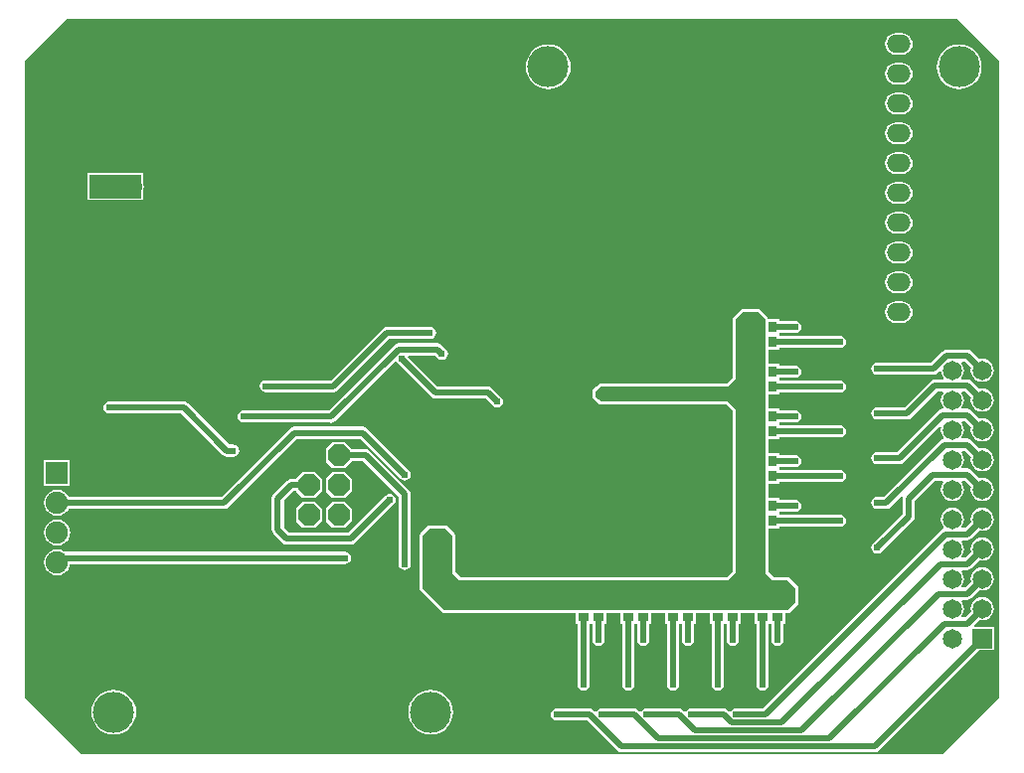
<source format=gbl>
G04 Layer_Physical_Order=2*
G04 Layer_Color=11436288*
%FSLAX24Y24*%
%MOIN*%
G70*
G01*
G75*
%ADD15R,0.0276X0.0335*%
%ADD31C,0.0200*%
%ADD34C,0.0600*%
%ADD35C,0.1378*%
%ADD36O,0.0630X0.0354*%
%ADD37R,0.1772X0.0787*%
%ADD38R,0.0787X0.1772*%
%ADD39O,0.0800X0.0600*%
%ADD40R,0.0650X0.0650*%
%ADD41C,0.0650*%
%ADD42P,0.0801X8X112.5*%
%ADD43C,0.0750*%
%ADD44R,0.0750X0.0750*%
%ADD45C,0.0240*%
%ADD46R,0.0335X0.0276*%
G36*
X42847Y47937D02*
Y26563D01*
X40937Y24653D01*
X12063D01*
X10153Y26563D01*
Y47937D01*
X11563Y49347D01*
X41437D01*
X42847Y47937D01*
D02*
G37*
%LPC*%
G36*
X19915Y34130D02*
X19485D01*
X19270Y33915D01*
Y33904D01*
X19100D01*
X19022Y33888D01*
X18956Y33844D01*
X18506Y33394D01*
X18462Y33328D01*
X18446Y33250D01*
Y32200D01*
X18462Y32122D01*
X18506Y32056D01*
X18806Y31756D01*
X18872Y31712D01*
X18950Y31696D01*
X21100D01*
X21178Y31712D01*
X21244Y31756D01*
X22544Y33056D01*
X22588Y33122D01*
X22604Y33200D01*
X22588Y33278D01*
X22544Y33344D01*
X22478Y33388D01*
X22400Y33404D01*
X22322Y33388D01*
X22256Y33344D01*
X21016Y32104D01*
X19034D01*
X18854Y32284D01*
Y33166D01*
X19184Y33496D01*
X19270D01*
Y33485D01*
X19485Y33270D01*
X19915D01*
X20130Y33485D01*
Y33915D01*
X19915Y34130D01*
D02*
G37*
G36*
X20915Y33130D02*
X20485D01*
X20270Y32915D01*
Y32485D01*
X20485Y32270D01*
X20915D01*
X21130Y32485D01*
Y32915D01*
X20915Y33130D01*
D02*
G37*
G36*
X19915D02*
X19485D01*
X19270Y32915D01*
Y32485D01*
X19485Y32270D01*
X19915D01*
X20130Y32485D01*
Y32915D01*
X19915Y33130D01*
D02*
G37*
G36*
X20915Y34130D02*
X20485D01*
X20270Y33915D01*
Y33485D01*
X20485Y33270D01*
X20915D01*
X21130Y33485D01*
Y33915D01*
X20915Y34130D01*
D02*
G37*
G36*
X15500Y36504D02*
X13000D01*
X12922Y36488D01*
X12856Y36444D01*
X12812Y36378D01*
X12796Y36300D01*
X12812Y36222D01*
X12856Y36156D01*
X12922Y36112D01*
X13000Y36096D01*
X15416D01*
X16806Y34706D01*
X16872Y34662D01*
X16950Y34646D01*
X16950Y34646D01*
X17150D01*
X17228Y34662D01*
X17294Y34706D01*
X17338Y34772D01*
X17354Y34850D01*
X17338Y34928D01*
X17294Y34994D01*
X17228Y35038D01*
X17150Y35054D01*
X17034D01*
X15644Y36444D01*
X15578Y36488D01*
X15500Y36504D01*
D02*
G37*
G36*
X21500Y35654D02*
X19200D01*
X19122Y35638D01*
X19056Y35594D01*
X16766Y33304D01*
X11636D01*
X11630Y33319D01*
X11560Y33410D01*
X11469Y33480D01*
X11364Y33524D01*
X11250Y33539D01*
X11136Y33524D01*
X11031Y33480D01*
X10940Y33410D01*
X10870Y33319D01*
X10826Y33214D01*
X10811Y33100D01*
X10826Y32986D01*
X10870Y32881D01*
X10940Y32790D01*
X11031Y32720D01*
X11136Y32676D01*
X11250Y32661D01*
X11364Y32676D01*
X11469Y32720D01*
X11560Y32790D01*
X11630Y32881D01*
X11636Y32896D01*
X16850D01*
X16928Y32912D01*
X16994Y32956D01*
X19284Y35246D01*
X21416D01*
X22756Y33906D01*
X22822Y33862D01*
X22900Y33846D01*
X22978Y33862D01*
X23044Y33906D01*
X23088Y33972D01*
X23104Y34050D01*
X23088Y34128D01*
X23044Y34194D01*
X21644Y35594D01*
X21578Y35638D01*
X21500Y35654D01*
D02*
G37*
G36*
X11685Y34535D02*
X10815D01*
Y33665D01*
X11685D01*
Y34535D01*
D02*
G37*
G36*
X34750Y39602D02*
X34250D01*
X34211Y39594D01*
X34178Y39572D01*
X33928Y39322D01*
X33906Y39289D01*
X33898Y39250D01*
Y37292D01*
X33708Y37102D01*
X29500D01*
X29487Y37099D01*
X29475Y37099D01*
X29468Y37096D01*
X29461Y37094D01*
X29450Y37087D01*
X29439Y37082D01*
X29239Y36932D01*
X29234Y36926D01*
X29228Y36922D01*
X29221Y36911D01*
X29212Y36902D01*
X29210Y36895D01*
X29206Y36889D01*
X29203Y36876D01*
X29199Y36864D01*
X29199Y36857D01*
X29198Y36850D01*
Y36650D01*
X29199Y36643D01*
X29199Y36636D01*
X29203Y36624D01*
X29206Y36611D01*
X29210Y36605D01*
X29212Y36598D01*
X29221Y36589D01*
X29228Y36578D01*
X29234Y36574D01*
X29239Y36568D01*
X29439Y36418D01*
X29450Y36413D01*
X29461Y36406D01*
X29468Y36404D01*
X29475Y36401D01*
X29487Y36401D01*
X29500Y36398D01*
X33708D01*
X33898Y36208D01*
Y30792D01*
X33708Y30602D01*
X24792D01*
X24602Y30792D01*
Y32000D01*
X24594Y32039D01*
X24572Y32072D01*
X24322Y32322D01*
X24289Y32344D01*
X24250Y32352D01*
X23750D01*
X23711Y32344D01*
X23678Y32322D01*
X23428Y32072D01*
X23406Y32039D01*
X23398Y32000D01*
Y30250D01*
X23406Y30211D01*
X23428Y30178D01*
X23928Y29678D01*
X24178Y29428D01*
X24211Y29406D01*
X24250Y29398D01*
X28633D01*
Y29036D01*
X28696D01*
Y27000D01*
X28712Y26922D01*
X28756Y26856D01*
X28822Y26812D01*
X28900Y26796D01*
X28978Y26812D01*
X29044Y26856D01*
X29088Y26922D01*
X29104Y27000D01*
Y29036D01*
X29196D01*
Y28500D01*
X29212Y28422D01*
X29256Y28356D01*
X29322Y28312D01*
X29400Y28296D01*
X29478Y28312D01*
X29544Y28356D01*
X29588Y28422D01*
X29604Y28500D01*
Y29036D01*
X29667D01*
Y29398D01*
X30133D01*
Y29036D01*
X30196D01*
Y27000D01*
X30212Y26922D01*
X30256Y26856D01*
X30322Y26812D01*
X30400Y26796D01*
X30478Y26812D01*
X30544Y26856D01*
X30588Y26922D01*
X30604Y27000D01*
Y29036D01*
X30696D01*
Y28500D01*
X30712Y28422D01*
X30756Y28356D01*
X30756Y28356D01*
X30822Y28312D01*
X30900Y28296D01*
X30978Y28312D01*
X31044Y28356D01*
X31088Y28422D01*
X31104Y28500D01*
X31104Y28500D01*
Y29036D01*
X31167D01*
Y29398D01*
X31633D01*
Y29036D01*
X31696D01*
Y27000D01*
X31712Y26922D01*
X31756Y26856D01*
X31822Y26812D01*
X31900Y26796D01*
X31978Y26812D01*
X32044Y26856D01*
X32088Y26922D01*
X32104Y27000D01*
Y29036D01*
X32196D01*
Y28500D01*
X32212Y28422D01*
X32256Y28356D01*
X32322Y28312D01*
X32400Y28296D01*
X32478Y28312D01*
X32544Y28356D01*
X32588Y28422D01*
X32604Y28500D01*
Y29036D01*
X32667D01*
Y29398D01*
X33133D01*
Y29036D01*
X33196D01*
Y27000D01*
X33212Y26922D01*
X33256Y26856D01*
X33322Y26812D01*
X33400Y26796D01*
X33478Y26812D01*
X33544Y26856D01*
X33588Y26922D01*
X33604Y27000D01*
Y29036D01*
X33696D01*
Y28500D01*
X33712Y28422D01*
X33756Y28356D01*
X33756Y28356D01*
X33822Y28312D01*
X33900Y28296D01*
X33978Y28312D01*
X34044Y28356D01*
X34088Y28422D01*
X34104Y28500D01*
X34104Y28500D01*
Y29036D01*
X34167D01*
Y29398D01*
X34633D01*
Y29036D01*
X34696D01*
Y27000D01*
X34712Y26922D01*
X34756Y26856D01*
X34756Y26856D01*
X34822Y26812D01*
X34900Y26796D01*
X34978Y26812D01*
X35044Y26856D01*
X35088Y26922D01*
X35104Y27000D01*
X35104Y27000D01*
Y29036D01*
X35196D01*
Y28500D01*
X35212Y28422D01*
X35256Y28356D01*
X35256Y28356D01*
X35322Y28312D01*
X35400Y28296D01*
X35478Y28312D01*
X35544Y28356D01*
X35588Y28422D01*
X35604Y28500D01*
X35604Y28500D01*
Y29036D01*
X35667D01*
Y29398D01*
X35750D01*
X35789Y29406D01*
X35822Y29428D01*
X36072Y29678D01*
X36094Y29711D01*
X36102Y29750D01*
Y30250D01*
X36094Y30289D01*
X36072Y30322D01*
X35822Y30572D01*
X35789Y30594D01*
X35750Y30602D01*
X35292D01*
X35102Y30792D01*
Y32233D01*
X35464D01*
Y32296D01*
X37500D01*
X37578Y32312D01*
X37644Y32356D01*
X37688Y32422D01*
X37704Y32500D01*
X37688Y32578D01*
X37644Y32644D01*
X37578Y32688D01*
X37500Y32704D01*
X35464D01*
Y32733D01*
Y32796D01*
X36000D01*
X36078Y32812D01*
X36144Y32856D01*
X36188Y32922D01*
X36204Y33000D01*
X36188Y33078D01*
X36144Y33144D01*
X36078Y33188D01*
X36000Y33204D01*
X35464D01*
Y33267D01*
X35102D01*
Y33733D01*
X35464D01*
Y33796D01*
X37500D01*
X37578Y33812D01*
X37644Y33856D01*
X37688Y33922D01*
X37704Y34000D01*
X37688Y34078D01*
X37644Y34144D01*
X37578Y34188D01*
X37500Y34204D01*
X35464D01*
Y34233D01*
Y34296D01*
X36000D01*
X36078Y34312D01*
X36144Y34356D01*
X36188Y34422D01*
X36204Y34500D01*
X36188Y34578D01*
X36144Y34644D01*
X36078Y34688D01*
X36000Y34704D01*
X35464D01*
Y34767D01*
X35102D01*
Y35233D01*
X35464D01*
Y35296D01*
X37500D01*
X37578Y35312D01*
X37644Y35356D01*
X37688Y35422D01*
X37704Y35500D01*
X37688Y35578D01*
X37644Y35644D01*
X37578Y35688D01*
X37500Y35704D01*
X35464D01*
Y35733D01*
Y35796D01*
X36000D01*
X36078Y35812D01*
X36144Y35856D01*
X36188Y35922D01*
X36204Y36000D01*
X36188Y36078D01*
X36144Y36144D01*
X36078Y36188D01*
X36000Y36204D01*
X35464D01*
Y36267D01*
X35102D01*
Y36733D01*
X35464D01*
Y36796D01*
X37500D01*
X37578Y36812D01*
X37644Y36856D01*
X37688Y36922D01*
X37704Y37000D01*
X37688Y37078D01*
X37644Y37144D01*
X37578Y37188D01*
X37500Y37204D01*
X35464D01*
Y37233D01*
Y37296D01*
X36000D01*
X36078Y37312D01*
X36144Y37356D01*
X36188Y37422D01*
X36204Y37500D01*
X36188Y37578D01*
X36144Y37644D01*
X36078Y37688D01*
X36000Y37704D01*
X35464D01*
Y37767D01*
X35102D01*
Y38233D01*
X35464D01*
Y38296D01*
X37500D01*
X37578Y38312D01*
X37644Y38356D01*
X37688Y38422D01*
X37704Y38500D01*
X37688Y38578D01*
X37644Y38644D01*
X37578Y38688D01*
X37500Y38704D01*
X35464D01*
Y38733D01*
Y38796D01*
X36000D01*
X36078Y38812D01*
X36144Y38856D01*
X36188Y38922D01*
X36204Y39000D01*
X36188Y39078D01*
X36144Y39144D01*
X36078Y39188D01*
X36000Y39204D01*
X35464D01*
Y39267D01*
X35089D01*
X35083Y39300D01*
X35061Y39334D01*
X34822Y39572D01*
X34789Y39594D01*
X34750Y39602D01*
D02*
G37*
G36*
X23780Y26827D02*
X23633Y26813D01*
X23492Y26770D01*
X23361Y26701D01*
X23247Y26607D01*
X23154Y26493D01*
X23084Y26363D01*
X23041Y26222D01*
X23027Y26075D01*
X23041Y25928D01*
X23084Y25787D01*
X23154Y25657D01*
X23247Y25543D01*
X23361Y25449D01*
X23492Y25379D01*
X23633Y25337D01*
X23780Y25322D01*
X23926Y25337D01*
X24068Y25379D01*
X24198Y25449D01*
X24312Y25543D01*
X24405Y25657D01*
X24475Y25787D01*
X24518Y25928D01*
X24532Y26075D01*
X24518Y26222D01*
X24475Y26363D01*
X24405Y26493D01*
X24312Y26607D01*
X24198Y26701D01*
X24068Y26770D01*
X23926Y26813D01*
X23780Y26827D01*
D02*
G37*
G36*
X13150D02*
X13003Y26813D01*
X12862Y26770D01*
X12731Y26701D01*
X12617Y26607D01*
X12524Y26493D01*
X12454Y26363D01*
X12411Y26222D01*
X12397Y26075D01*
X12411Y25928D01*
X12454Y25787D01*
X12524Y25657D01*
X12617Y25543D01*
X12731Y25449D01*
X12862Y25379D01*
X13003Y25337D01*
X13150Y25322D01*
X13296Y25337D01*
X13438Y25379D01*
X13568Y25449D01*
X13682Y25543D01*
X13775Y25657D01*
X13845Y25787D01*
X13888Y25928D01*
X13902Y26075D01*
X13888Y26222D01*
X13845Y26363D01*
X13775Y26493D01*
X13682Y26607D01*
X13568Y26701D01*
X13438Y26770D01*
X13296Y26813D01*
X13150Y26827D01*
D02*
G37*
G36*
X11250Y31539D02*
X11136Y31524D01*
X11031Y31480D01*
X10940Y31410D01*
X10870Y31319D01*
X10826Y31214D01*
X10811Y31100D01*
X10826Y30986D01*
X10870Y30881D01*
X10940Y30790D01*
X11031Y30720D01*
X11136Y30676D01*
X11250Y30661D01*
X11364Y30676D01*
X11469Y30720D01*
X11560Y30790D01*
X11630Y30881D01*
X11674Y30986D01*
X11682Y31046D01*
X20900D01*
X20978Y31062D01*
X21044Y31106D01*
X21088Y31172D01*
X21104Y31250D01*
X21088Y31328D01*
X21044Y31394D01*
X20978Y31438D01*
X20900Y31454D01*
X11503D01*
X11469Y31480D01*
X11364Y31524D01*
X11250Y31539D01*
D02*
G37*
G36*
X42270Y32938D02*
X42169Y32925D01*
X42076Y32886D01*
X41995Y32825D01*
X41934Y32744D01*
X41895Y32650D01*
X41882Y32550D01*
X41893Y32462D01*
X41686Y32254D01*
X41591D01*
X41566Y32304D01*
X41606Y32356D01*
X41645Y32450D01*
X41658Y32550D01*
X41645Y32650D01*
X41606Y32744D01*
X41545Y32825D01*
X41464Y32886D01*
X41371Y32925D01*
X41270Y32938D01*
X41169Y32925D01*
X41076Y32886D01*
X40995Y32825D01*
X40934Y32744D01*
X40895Y32650D01*
X40882Y32550D01*
X40895Y32450D01*
X40934Y32356D01*
X40983Y32292D01*
X40973Y32244D01*
X40966Y32235D01*
X40906Y32194D01*
X34916Y26204D01*
X34000D01*
X33922Y26188D01*
X33856Y26144D01*
X33835Y26112D01*
X33785Y26108D01*
X33748Y26144D01*
X33682Y26188D01*
X33604Y26204D01*
X32500D01*
X32422Y26188D01*
X32356Y26144D01*
X32335Y26112D01*
X32285Y26108D01*
X32248Y26144D01*
X32182Y26188D01*
X32104Y26204D01*
X31000D01*
X30922Y26188D01*
X30856Y26144D01*
X30835Y26112D01*
X30785Y26108D01*
X30748Y26144D01*
X30682Y26188D01*
X30604Y26204D01*
X29500D01*
X29422Y26188D01*
X29356Y26144D01*
X29335Y26112D01*
X29285Y26108D01*
X29248Y26144D01*
X29182Y26188D01*
X29104Y26204D01*
X28000D01*
X27922Y26188D01*
X27856Y26144D01*
X27812Y26078D01*
X27796Y26000D01*
X27812Y25922D01*
X27856Y25856D01*
X27922Y25812D01*
X28000Y25796D01*
X29020D01*
X30020Y24796D01*
X30086Y24752D01*
X30164Y24736D01*
X38660D01*
X38738Y24752D01*
X38804Y24796D01*
X42173Y28165D01*
X42655D01*
Y28935D01*
X42009D01*
X41990Y28981D01*
X42182Y29173D01*
X42270Y29162D01*
X42371Y29175D01*
X42464Y29214D01*
X42545Y29275D01*
X42606Y29356D01*
X42645Y29450D01*
X42658Y29550D01*
X42645Y29650D01*
X42606Y29744D01*
X42545Y29825D01*
X42464Y29886D01*
X42371Y29925D01*
X42270Y29938D01*
X42169Y29925D01*
X42076Y29886D01*
X41995Y29825D01*
X41934Y29744D01*
X41895Y29650D01*
X41882Y29550D01*
X41893Y29462D01*
X41686Y29254D01*
X41591D01*
X41566Y29304D01*
X41606Y29356D01*
X41645Y29450D01*
X41658Y29550D01*
X41645Y29650D01*
X41606Y29744D01*
X41566Y29796D01*
X41591Y29846D01*
X41770D01*
X41848Y29862D01*
X41914Y29906D01*
X42182Y30173D01*
X42270Y30162D01*
X42371Y30175D01*
X42464Y30214D01*
X42545Y30275D01*
X42606Y30356D01*
X42645Y30450D01*
X42658Y30550D01*
X42645Y30650D01*
X42606Y30744D01*
X42545Y30825D01*
X42464Y30886D01*
X42371Y30925D01*
X42270Y30938D01*
X42169Y30925D01*
X42076Y30886D01*
X41995Y30825D01*
X41934Y30744D01*
X41895Y30650D01*
X41882Y30550D01*
X41893Y30462D01*
X41686Y30254D01*
X41591D01*
X41566Y30304D01*
X41606Y30356D01*
X41645Y30450D01*
X41658Y30550D01*
X41645Y30650D01*
X41606Y30744D01*
X41566Y30796D01*
X41591Y30846D01*
X41770D01*
X41848Y30862D01*
X41914Y30906D01*
X42182Y31173D01*
X42270Y31162D01*
X42371Y31175D01*
X42464Y31214D01*
X42545Y31275D01*
X42606Y31356D01*
X42645Y31449D01*
X42658Y31550D01*
X42645Y31651D01*
X42606Y31744D01*
X42545Y31825D01*
X42464Y31886D01*
X42371Y31925D01*
X42270Y31938D01*
X42169Y31925D01*
X42076Y31886D01*
X41995Y31825D01*
X41934Y31744D01*
X41895Y31651D01*
X41882Y31550D01*
X41893Y31462D01*
X41686Y31254D01*
X41591D01*
X41566Y31304D01*
X41606Y31356D01*
X41645Y31449D01*
X41658Y31550D01*
X41645Y31651D01*
X41606Y31744D01*
X41566Y31796D01*
X41591Y31846D01*
X41770D01*
X41848Y31862D01*
X41914Y31906D01*
X42182Y32173D01*
X42270Y32162D01*
X42371Y32175D01*
X42464Y32214D01*
X42545Y32275D01*
X42606Y32356D01*
X42645Y32450D01*
X42658Y32550D01*
X42645Y32650D01*
X42606Y32744D01*
X42545Y32825D01*
X42464Y32886D01*
X42371Y32925D01*
X42270Y32938D01*
D02*
G37*
G36*
X11250Y32539D02*
X11136Y32524D01*
X11031Y32480D01*
X10940Y32410D01*
X10870Y32319D01*
X10826Y32214D01*
X10811Y32100D01*
X10826Y31986D01*
X10870Y31881D01*
X10940Y31790D01*
X11031Y31720D01*
X11136Y31676D01*
X11250Y31661D01*
X11364Y31676D01*
X11469Y31720D01*
X11560Y31790D01*
X11630Y31881D01*
X11674Y31986D01*
X11689Y32100D01*
X11674Y32214D01*
X11630Y32319D01*
X11560Y32410D01*
X11469Y32480D01*
X11364Y32524D01*
X11250Y32539D01*
D02*
G37*
G36*
X20915Y35130D02*
X20485D01*
X20270Y34915D01*
Y34485D01*
X20485Y34270D01*
X20915D01*
X21130Y34485D01*
Y34496D01*
X21516D01*
X22696Y33316D01*
Y31050D01*
X22712Y30972D01*
X22756Y30906D01*
X22822Y30862D01*
X22900Y30846D01*
X22978Y30862D01*
X23044Y30906D01*
X23088Y30972D01*
X23104Y31050D01*
Y33400D01*
X23104Y33400D01*
X23088Y33478D01*
X23044Y33544D01*
X21744Y34844D01*
X21678Y34888D01*
X21600Y34904D01*
X21130D01*
Y34915D01*
X20915Y35130D01*
D02*
G37*
G36*
X22300Y39004D02*
X22222Y38988D01*
X22156Y38944D01*
X22156Y38944D01*
X20426Y37214D01*
X18250D01*
X18172Y37199D01*
X18106Y37154D01*
X18062Y37088D01*
X18046Y37010D01*
X18062Y36932D01*
X18106Y36866D01*
X18172Y36822D01*
X18250Y36806D01*
X20510D01*
X20588Y36822D01*
X20654Y36866D01*
X22384Y38596D01*
X23750D01*
X23828Y38612D01*
X23894Y38656D01*
X23938Y38722D01*
X23954Y38800D01*
X23938Y38878D01*
X23894Y38944D01*
X23828Y38988D01*
X23750Y39004D01*
X22300D01*
X22300Y39004D01*
D02*
G37*
G36*
X39570Y46863D02*
X39370D01*
X39276Y46851D01*
X39188Y46814D01*
X39113Y46757D01*
X39056Y46682D01*
X39019Y46594D01*
X39007Y46500D01*
X39019Y46406D01*
X39056Y46318D01*
X39113Y46243D01*
X39188Y46186D01*
X39276Y46149D01*
X39370Y46137D01*
X39570D01*
X39664Y46149D01*
X39752Y46186D01*
X39827Y46243D01*
X39884Y46318D01*
X39921Y46406D01*
X39933Y46500D01*
X39921Y46594D01*
X39884Y46682D01*
X39827Y46757D01*
X39752Y46814D01*
X39664Y46851D01*
X39570Y46863D01*
D02*
G37*
G36*
Y45863D02*
X39370D01*
X39276Y45851D01*
X39188Y45814D01*
X39113Y45757D01*
X39056Y45682D01*
X39019Y45594D01*
X39007Y45500D01*
X39019Y45406D01*
X39056Y45318D01*
X39113Y45243D01*
X39188Y45186D01*
X39276Y45149D01*
X39370Y45137D01*
X39570D01*
X39664Y45149D01*
X39752Y45186D01*
X39827Y45243D01*
X39884Y45318D01*
X39921Y45406D01*
X39933Y45500D01*
X39921Y45594D01*
X39884Y45682D01*
X39827Y45757D01*
X39752Y45814D01*
X39664Y45851D01*
X39570Y45863D01*
D02*
G37*
G36*
Y44863D02*
X39370D01*
X39276Y44851D01*
X39188Y44814D01*
X39113Y44757D01*
X39056Y44682D01*
X39019Y44594D01*
X39007Y44500D01*
X39019Y44406D01*
X39056Y44318D01*
X39113Y44243D01*
X39188Y44186D01*
X39276Y44149D01*
X39370Y44137D01*
X39570D01*
X39664Y44149D01*
X39752Y44186D01*
X39827Y44243D01*
X39884Y44318D01*
X39921Y44406D01*
X39933Y44500D01*
X39921Y44594D01*
X39884Y44682D01*
X39827Y44757D01*
X39752Y44814D01*
X39664Y44851D01*
X39570Y44863D01*
D02*
G37*
G36*
X27717Y48481D02*
X27570Y48466D01*
X27429Y48424D01*
X27298Y48354D01*
X27184Y48261D01*
X27091Y48146D01*
X27021Y48016D01*
X26978Y47875D01*
X26964Y47728D01*
X26978Y47582D01*
X27021Y47440D01*
X27091Y47310D01*
X27184Y47196D01*
X27298Y47103D01*
X27429Y47033D01*
X27570Y46990D01*
X27717Y46976D01*
X27863Y46990D01*
X28005Y47033D01*
X28135Y47103D01*
X28249Y47196D01*
X28342Y47310D01*
X28412Y47440D01*
X28455Y47582D01*
X28469Y47728D01*
X28455Y47875D01*
X28412Y48016D01*
X28342Y48146D01*
X28249Y48261D01*
X28135Y48354D01*
X28005Y48424D01*
X27863Y48466D01*
X27717Y48481D01*
D02*
G37*
G36*
X39570Y48863D02*
X39370D01*
X39276Y48851D01*
X39188Y48814D01*
X39113Y48757D01*
X39056Y48682D01*
X39019Y48594D01*
X39007Y48500D01*
X39019Y48406D01*
X39056Y48318D01*
X39113Y48243D01*
X39188Y48186D01*
X39276Y48149D01*
X39370Y48137D01*
X39570D01*
X39664Y48149D01*
X39752Y48186D01*
X39827Y48243D01*
X39884Y48318D01*
X39921Y48406D01*
X39933Y48500D01*
X39921Y48594D01*
X39884Y48682D01*
X39827Y48757D01*
X39752Y48814D01*
X39664Y48851D01*
X39570Y48863D01*
D02*
G37*
G36*
Y47863D02*
X39370D01*
X39276Y47851D01*
X39188Y47814D01*
X39113Y47757D01*
X39056Y47682D01*
X39019Y47594D01*
X39007Y47500D01*
X39019Y47406D01*
X39056Y47318D01*
X39113Y47243D01*
X39188Y47186D01*
X39276Y47149D01*
X39370Y47137D01*
X39570D01*
X39664Y47149D01*
X39752Y47186D01*
X39827Y47243D01*
X39884Y47318D01*
X39921Y47406D01*
X39933Y47500D01*
X39921Y47594D01*
X39884Y47682D01*
X39827Y47757D01*
X39752Y47814D01*
X39664Y47851D01*
X39570Y47863D01*
D02*
G37*
G36*
X41496Y48481D02*
X41349Y48466D01*
X41208Y48424D01*
X41078Y48354D01*
X40964Y48261D01*
X40870Y48146D01*
X40801Y48016D01*
X40758Y47875D01*
X40743Y47728D01*
X40758Y47582D01*
X40801Y47440D01*
X40870Y47310D01*
X40964Y47196D01*
X41078Y47103D01*
X41208Y47033D01*
X41349Y46990D01*
X41496Y46976D01*
X41643Y46990D01*
X41784Y47033D01*
X41914Y47103D01*
X42028Y47196D01*
X42122Y47310D01*
X42191Y47440D01*
X42234Y47582D01*
X42249Y47728D01*
X42234Y47875D01*
X42191Y48016D01*
X42122Y48146D01*
X42028Y48261D01*
X41914Y48354D01*
X41784Y48424D01*
X41643Y48466D01*
X41496Y48481D01*
D02*
G37*
G36*
X14146Y44160D02*
X12254D01*
Y43253D01*
X14146D01*
Y43594D01*
X14151Y43606D01*
X14163Y43700D01*
X14151Y43794D01*
X14146Y43806D01*
Y44160D01*
D02*
G37*
G36*
X39570Y39863D02*
X39370D01*
X39276Y39851D01*
X39188Y39814D01*
X39113Y39757D01*
X39056Y39682D01*
X39019Y39594D01*
X39007Y39500D01*
X39019Y39406D01*
X39056Y39318D01*
X39113Y39243D01*
X39188Y39186D01*
X39276Y39149D01*
X39370Y39137D01*
X39570D01*
X39664Y39149D01*
X39752Y39186D01*
X39827Y39243D01*
X39884Y39318D01*
X39921Y39406D01*
X39933Y39500D01*
X39921Y39594D01*
X39884Y39682D01*
X39827Y39757D01*
X39752Y39814D01*
X39664Y39851D01*
X39570Y39863D01*
D02*
G37*
G36*
X24000Y38454D02*
X22700D01*
X22622Y38438D01*
X22556Y38394D01*
X20366Y36204D01*
X17500D01*
X17422Y36188D01*
X17356Y36144D01*
X17312Y36078D01*
X17296Y36000D01*
X17312Y35922D01*
X17356Y35856D01*
X17422Y35812D01*
X17500Y35796D01*
X20369D01*
X20437Y35783D01*
X20515Y35798D01*
X20581Y35842D01*
X22569Y37830D01*
X22631Y37822D01*
X22656Y37786D01*
X23786Y36656D01*
X23852Y36612D01*
X23930Y36596D01*
X23930Y36596D01*
X25616D01*
X25856Y36356D01*
X25922Y36312D01*
X26000Y36296D01*
X26078Y36312D01*
X26144Y36356D01*
X26188Y36422D01*
X26204Y36500D01*
X26188Y36578D01*
X26144Y36644D01*
X25844Y36944D01*
X25778Y36988D01*
X25700Y37004D01*
X24014D01*
X23018Y38000D01*
X23038Y38046D01*
X23916D01*
X24006Y37956D01*
X24072Y37912D01*
X24150Y37896D01*
X24228Y37912D01*
X24294Y37956D01*
X24338Y38022D01*
X24354Y38100D01*
X24338Y38178D01*
X24294Y38244D01*
X24144Y38394D01*
X24078Y38438D01*
X24000Y38454D01*
D02*
G37*
G36*
X41785Y38239D02*
X41069D01*
X40991Y38223D01*
X40925Y38179D01*
X40550Y37804D01*
X38750D01*
X38672Y37788D01*
X38606Y37744D01*
X38562Y37678D01*
X38546Y37600D01*
X38562Y37522D01*
X38606Y37456D01*
X38672Y37412D01*
X38750Y37396D01*
X40634D01*
X40712Y37412D01*
X40778Y37456D01*
X40836Y37514D01*
X40889Y37496D01*
X40895Y37450D01*
X40934Y37356D01*
X40985Y37289D01*
X40966Y37239D01*
X40685D01*
X40685Y37239D01*
X40607Y37223D01*
X40541Y37179D01*
X39666Y36304D01*
X38750D01*
X38672Y36288D01*
X38606Y36244D01*
X38562Y36178D01*
X38546Y36100D01*
X38562Y36022D01*
X38606Y35956D01*
X38672Y35912D01*
X38750Y35896D01*
X39750D01*
X39828Y35912D01*
X39894Y35956D01*
X40769Y36831D01*
X40937D01*
X40962Y36781D01*
X40934Y36744D01*
X40895Y36651D01*
X40882Y36550D01*
X40895Y36449D01*
X40934Y36356D01*
X40974Y36304D01*
X40950Y36254D01*
X40950Y36254D01*
X40872Y36238D01*
X40806Y36194D01*
X39416Y34804D01*
X38750D01*
X38672Y34788D01*
X38606Y34744D01*
X38562Y34678D01*
X38546Y34600D01*
X38562Y34522D01*
X38606Y34456D01*
X38672Y34412D01*
X38750Y34396D01*
X39500D01*
X39578Y34412D01*
X39644Y34456D01*
X40845Y35657D01*
X40893Y35634D01*
X40882Y35550D01*
X40895Y35450D01*
X40934Y35356D01*
X40976Y35300D01*
X40956Y35245D01*
X40922Y35238D01*
X40895Y35221D01*
X40856Y35194D01*
X40856Y35194D01*
X38966Y33304D01*
X38750D01*
X38672Y33288D01*
X38606Y33244D01*
X38562Y33178D01*
X38546Y33100D01*
X38562Y33022D01*
X38606Y32956D01*
X38672Y32912D01*
X38750Y32896D01*
X39050D01*
X39128Y32912D01*
X39194Y32956D01*
X39559Y33321D01*
X39605Y33296D01*
X39596Y33250D01*
Y32734D01*
X38606Y31744D01*
X38562Y31678D01*
X38546Y31600D01*
X38562Y31522D01*
X38606Y31456D01*
X38672Y31412D01*
X38750Y31396D01*
X38828Y31412D01*
X38894Y31456D01*
X39944Y32506D01*
X39988Y32572D01*
X40004Y32650D01*
Y33166D01*
X40684Y33846D01*
X40949D01*
X40974Y33796D01*
X40934Y33744D01*
X40895Y33651D01*
X40882Y33550D01*
X40895Y33449D01*
X40934Y33356D01*
X40995Y33275D01*
X41076Y33214D01*
X41169Y33175D01*
X41270Y33162D01*
X41371Y33175D01*
X41464Y33214D01*
X41545Y33275D01*
X41606Y33356D01*
X41645Y33449D01*
X41658Y33550D01*
X41645Y33651D01*
X41606Y33744D01*
X41566Y33796D01*
X41591Y33846D01*
X41686D01*
X41893Y33638D01*
X41882Y33550D01*
X41895Y33449D01*
X41934Y33356D01*
X41995Y33275D01*
X42076Y33214D01*
X42169Y33175D01*
X42270Y33162D01*
X42371Y33175D01*
X42464Y33214D01*
X42545Y33275D01*
X42606Y33356D01*
X42645Y33449D01*
X42658Y33550D01*
X42645Y33651D01*
X42606Y33744D01*
X42545Y33825D01*
X42464Y33886D01*
X42371Y33925D01*
X42270Y33938D01*
X42182Y33927D01*
X41914Y34194D01*
X41848Y34238D01*
X41770Y34254D01*
X41591D01*
X41566Y34304D01*
X41606Y34356D01*
X41645Y34450D01*
X41658Y34550D01*
X41645Y34650D01*
X41606Y34744D01*
X41566Y34796D01*
X41591Y34846D01*
X41686D01*
X41893Y34638D01*
X41882Y34550D01*
X41895Y34450D01*
X41934Y34356D01*
X41995Y34275D01*
X42076Y34214D01*
X42169Y34175D01*
X42270Y34162D01*
X42371Y34175D01*
X42464Y34214D01*
X42545Y34275D01*
X42606Y34356D01*
X42645Y34450D01*
X42658Y34550D01*
X42645Y34650D01*
X42606Y34744D01*
X42545Y34825D01*
X42464Y34886D01*
X42371Y34925D01*
X42270Y34938D01*
X42182Y34927D01*
X41914Y35194D01*
X41848Y35238D01*
X41770Y35254D01*
X41591D01*
X41566Y35304D01*
X41606Y35356D01*
X41645Y35450D01*
X41658Y35550D01*
X41645Y35650D01*
X41606Y35744D01*
X41566Y35796D01*
X41591Y35846D01*
X41686D01*
X41893Y35638D01*
X41882Y35550D01*
X41895Y35450D01*
X41934Y35356D01*
X41995Y35275D01*
X42076Y35214D01*
X42169Y35175D01*
X42270Y35162D01*
X42371Y35175D01*
X42464Y35214D01*
X42545Y35275D01*
X42606Y35356D01*
X42645Y35450D01*
X42658Y35550D01*
X42645Y35650D01*
X42606Y35744D01*
X42545Y35825D01*
X42464Y35886D01*
X42371Y35925D01*
X42270Y35938D01*
X42182Y35927D01*
X41914Y36194D01*
X41848Y36238D01*
X41770Y36254D01*
X41591D01*
X41566Y36304D01*
X41606Y36356D01*
X41645Y36449D01*
X41658Y36550D01*
X41645Y36651D01*
X41606Y36744D01*
X41578Y36781D01*
X41603Y36831D01*
X41701D01*
X41893Y36638D01*
X41882Y36550D01*
X41895Y36449D01*
X41934Y36356D01*
X41995Y36275D01*
X42076Y36214D01*
X42169Y36175D01*
X42270Y36162D01*
X42371Y36175D01*
X42464Y36214D01*
X42545Y36275D01*
X42606Y36356D01*
X42645Y36449D01*
X42658Y36550D01*
X42645Y36651D01*
X42606Y36744D01*
X42545Y36825D01*
X42464Y36886D01*
X42371Y36925D01*
X42270Y36938D01*
X42182Y36927D01*
X41929Y37179D01*
X41863Y37223D01*
X41785Y37239D01*
X41574D01*
X41555Y37289D01*
X41606Y37356D01*
X41645Y37450D01*
X41658Y37550D01*
X41645Y37650D01*
X41606Y37744D01*
X41578Y37781D01*
X41603Y37831D01*
X41701D01*
X41893Y37638D01*
X41882Y37550D01*
X41895Y37450D01*
X41934Y37356D01*
X41995Y37275D01*
X42076Y37214D01*
X42169Y37175D01*
X42270Y37162D01*
X42371Y37175D01*
X42464Y37214D01*
X42545Y37275D01*
X42606Y37356D01*
X42645Y37450D01*
X42658Y37550D01*
X42645Y37650D01*
X42606Y37744D01*
X42545Y37825D01*
X42464Y37886D01*
X42371Y37925D01*
X42270Y37938D01*
X42182Y37927D01*
X41929Y38179D01*
X41863Y38223D01*
X41785Y38239D01*
D02*
G37*
G36*
X39570Y40863D02*
X39370D01*
X39276Y40851D01*
X39188Y40814D01*
X39113Y40757D01*
X39056Y40682D01*
X39019Y40594D01*
X39007Y40500D01*
X39019Y40406D01*
X39056Y40318D01*
X39113Y40243D01*
X39188Y40186D01*
X39276Y40149D01*
X39370Y40137D01*
X39570D01*
X39664Y40149D01*
X39752Y40186D01*
X39827Y40243D01*
X39884Y40318D01*
X39921Y40406D01*
X39933Y40500D01*
X39921Y40594D01*
X39884Y40682D01*
X39827Y40757D01*
X39752Y40814D01*
X39664Y40851D01*
X39570Y40863D01*
D02*
G37*
G36*
Y42863D02*
X39370D01*
X39276Y42851D01*
X39188Y42814D01*
X39113Y42757D01*
X39056Y42682D01*
X39019Y42594D01*
X39007Y42500D01*
X39019Y42406D01*
X39056Y42318D01*
X39113Y42243D01*
X39188Y42186D01*
X39276Y42149D01*
X39370Y42137D01*
X39570D01*
X39664Y42149D01*
X39752Y42186D01*
X39827Y42243D01*
X39884Y42318D01*
X39921Y42406D01*
X39933Y42500D01*
X39921Y42594D01*
X39884Y42682D01*
X39827Y42757D01*
X39752Y42814D01*
X39664Y42851D01*
X39570Y42863D01*
D02*
G37*
G36*
Y43863D02*
X39370D01*
X39276Y43851D01*
X39188Y43814D01*
X39113Y43757D01*
X39056Y43682D01*
X39019Y43594D01*
X39007Y43500D01*
X39019Y43406D01*
X39056Y43318D01*
X39113Y43243D01*
X39188Y43186D01*
X39276Y43149D01*
X39370Y43137D01*
X39570D01*
X39664Y43149D01*
X39752Y43186D01*
X39827Y43243D01*
X39884Y43318D01*
X39921Y43406D01*
X39933Y43500D01*
X39921Y43594D01*
X39884Y43682D01*
X39827Y43757D01*
X39752Y43814D01*
X39664Y43851D01*
X39570Y43863D01*
D02*
G37*
G36*
Y41863D02*
X39370D01*
X39276Y41851D01*
X39188Y41814D01*
X39113Y41757D01*
X39056Y41682D01*
X39019Y41594D01*
X39007Y41500D01*
X39019Y41406D01*
X39056Y41318D01*
X39113Y41243D01*
X39188Y41186D01*
X39276Y41149D01*
X39370Y41137D01*
X39570D01*
X39664Y41149D01*
X39752Y41186D01*
X39827Y41243D01*
X39884Y41318D01*
X39921Y41406D01*
X39933Y41500D01*
X39921Y41594D01*
X39884Y41682D01*
X39827Y41757D01*
X39752Y41814D01*
X39664Y41851D01*
X39570Y41863D01*
D02*
G37*
%LPD*%
G36*
X34989Y39261D02*
Y38733D01*
Y38233D01*
X35000D01*
Y37767D01*
X34989D01*
Y37233D01*
Y36733D01*
X35000D01*
Y36267D01*
X34989D01*
Y35733D01*
Y35233D01*
X35000D01*
Y34767D01*
X34989D01*
Y34233D01*
Y33733D01*
X35000D01*
Y33267D01*
X34989D01*
Y32733D01*
Y32233D01*
X35000D01*
Y30750D01*
X35250Y30500D01*
X35750D01*
X36000Y30250D01*
Y29750D01*
X35750Y29500D01*
X35667D01*
Y29511D01*
X34633D01*
Y29500D01*
X34167D01*
Y29511D01*
X33133D01*
Y29500D01*
X32667D01*
Y29511D01*
X31633D01*
Y29500D01*
X31167D01*
Y29511D01*
X30133D01*
Y29500D01*
X29667D01*
Y29511D01*
X28633D01*
Y29500D01*
X24250D01*
X24000Y29750D01*
X23500Y30250D01*
Y32000D01*
X23750Y32250D01*
X24250D01*
X24500Y32000D01*
Y30750D01*
X24750Y30500D01*
X33750D01*
X34000Y30750D01*
Y36250D01*
X33750Y36500D01*
X29500D01*
X29300Y36650D01*
Y36850D01*
X29500Y37000D01*
X33750D01*
X34000Y37250D01*
Y39250D01*
X34250Y39500D01*
X34750D01*
X34989Y39261D01*
D02*
G37*
D15*
X35226Y32500D02*
D03*
X34774D02*
D03*
X35226Y33000D02*
D03*
X34774D02*
D03*
X35226Y34000D02*
D03*
X34774D02*
D03*
X35226Y34500D02*
D03*
X34774D02*
D03*
X35226Y35500D02*
D03*
X34774D02*
D03*
X35226Y36000D02*
D03*
X34774D02*
D03*
X35226Y37000D02*
D03*
X34774D02*
D03*
X35226Y37500D02*
D03*
X34774D02*
D03*
X35226Y38500D02*
D03*
X34774D02*
D03*
X35226Y39000D02*
D03*
X34774D02*
D03*
D31*
X16950Y34850D02*
X17150D01*
X15500Y36300D02*
X16950Y34850D01*
X13000Y36300D02*
X15500D01*
X17500Y36000D02*
X20423D01*
X20437Y35987D01*
X22700Y38250D01*
X28900Y27000D02*
Y29274D01*
X29400Y28500D02*
Y29274D01*
X30400Y27000D02*
Y29274D01*
X30900Y28500D02*
X30900Y28500D01*
X30900Y28500D02*
Y29274D01*
X31900Y27000D02*
Y29274D01*
X32400Y28500D02*
Y29274D01*
X33400Y27000D02*
Y29274D01*
X33900Y28500D02*
X33900Y28500D01*
X33900Y28500D02*
Y29274D01*
X34900Y27000D02*
X34900Y27000D01*
X34900Y27000D02*
Y29274D01*
X35400Y28500D02*
X35400Y28500D01*
X35400Y28500D02*
Y29274D01*
X18250Y37010D02*
X20510D01*
X22300Y38800D01*
X23750D01*
X24000Y38250D02*
X24150Y38100D01*
X22700Y38250D02*
X24000D01*
X21500Y35450D02*
X22900Y34050D01*
X19200Y35450D02*
X21500D01*
X16850Y33100D02*
X19200Y35450D01*
X11250Y33100D02*
X16850D01*
X11250Y31100D02*
X11400Y31250D01*
X20900D01*
X22900Y31050D02*
Y33400D01*
X21600Y34700D02*
X22900Y33400D01*
X20700Y34700D02*
X21600D01*
X19100Y33700D02*
X19700D01*
X18650Y33250D02*
X19100Y33700D01*
X18650Y32200D02*
Y33250D01*
Y32200D02*
X18950Y31900D01*
X21100D01*
X22400Y33200D01*
X22800Y37930D02*
X23930Y36800D01*
X25700D02*
X26000Y36500D01*
X23930Y36800D02*
X25700D01*
X35226Y32500D02*
X37500D01*
X35226Y33000D02*
X36000D01*
X35226Y34000D02*
X37500D01*
X35226Y34500D02*
X36000D01*
X35226Y35500D02*
X37500D01*
X35226Y36000D02*
X36000D01*
X35226Y37000D02*
X37500D01*
X35226Y37500D02*
X36000D01*
X35226Y38500D02*
X37500D01*
X35226Y39000D02*
X36000D01*
X38660Y24940D02*
X42270Y28550D01*
X30164Y24940D02*
X38660D01*
X29104Y26000D02*
X30164Y24940D01*
X28000Y26000D02*
X29104D01*
X41770Y29050D02*
X42270Y29550D01*
X41000Y29050D02*
X41770D01*
X37150Y25200D02*
X41000Y29050D01*
X31404Y25200D02*
X37150D01*
X30604Y26000D02*
X31404Y25200D01*
X29500Y26000D02*
X30604D01*
X41770Y30050D02*
X42270Y30550D01*
X40800Y30050D02*
X41770D01*
X36210Y25460D02*
X40800Y30050D01*
X32644Y25460D02*
X36210D01*
X32104Y26000D02*
X32644Y25460D01*
X31000Y26000D02*
X32104D01*
X41770Y31050D02*
X42270Y31550D01*
X40860Y31050D02*
X41770D01*
X35530Y25720D02*
X40860Y31050D01*
X33884Y25720D02*
X35530D01*
X33604Y26000D02*
X33884Y25720D01*
X32500Y26000D02*
X33604D01*
X41770Y32050D02*
X42270Y32550D01*
X41050Y32050D02*
X41770D01*
X35000Y26000D02*
X41050Y32050D01*
X34000Y26000D02*
X35000D01*
X41770Y34050D02*
X42270Y33550D01*
X40600Y34050D02*
X41770D01*
X39800Y33250D02*
X40600Y34050D01*
X39800Y32650D02*
Y33250D01*
X38750Y31600D02*
X39800Y32650D01*
X41770Y35050D02*
X42270Y34550D01*
X41000Y35050D02*
X41770D01*
X39050Y33100D02*
X41000Y35050D01*
X38750Y33100D02*
X39050D01*
X41770Y36050D02*
X42270Y35550D01*
X40950Y36050D02*
X41770D01*
X39500Y34600D02*
X40950Y36050D01*
X38750Y34600D02*
X39500D01*
X41785Y37035D02*
X42270Y36550D01*
X40685Y37035D02*
X41785D01*
X39750Y36100D02*
X40685Y37035D01*
X38750Y36100D02*
X39750D01*
X41785Y38035D02*
X42270Y37550D01*
X41069Y38035D02*
X41785D01*
X40634Y37600D02*
X41069Y38035D01*
X38750Y37600D02*
X40634D01*
D34*
X13800Y43700D02*
D03*
X13700D02*
D03*
X13600D02*
D03*
X13500D02*
D03*
X13400D02*
D03*
X13300D02*
D03*
X13200Y43706D02*
D03*
X13100Y43700D02*
D03*
X13000D02*
D03*
X12900D02*
D03*
X12800D02*
D03*
X12700D02*
D03*
X11300Y44300D02*
D03*
Y44400D02*
D03*
Y44500D02*
D03*
Y44600D02*
D03*
Y44700D02*
D03*
Y44800D02*
D03*
Y44950D02*
D03*
Y45050D02*
D03*
Y45150D02*
D03*
Y45250D02*
D03*
Y45350D02*
D03*
X13750Y46100D02*
D03*
X13650D02*
D03*
X13550D02*
D03*
X13450D02*
D03*
X13350D02*
D03*
X13250D02*
D03*
X13100D02*
D03*
X13000D02*
D03*
X12900D02*
D03*
X12800D02*
D03*
X12700D02*
D03*
X24000Y31800D02*
D03*
D35*
X41496Y47728D02*
D03*
X27717D02*
D03*
X23780Y26075D02*
D03*
X13150D02*
D03*
D36*
X10648Y38401D02*
D03*
Y40999D02*
D03*
D37*
X13200Y46069D02*
D03*
Y43706D02*
D03*
D38*
X11271Y44868D02*
D03*
D39*
X39470Y48500D02*
D03*
Y47500D02*
D03*
Y46500D02*
D03*
Y44500D02*
D03*
Y45500D02*
D03*
Y43500D02*
D03*
Y42500D02*
D03*
Y41500D02*
D03*
Y39500D02*
D03*
Y40500D02*
D03*
D40*
X42270Y28550D02*
D03*
D41*
Y29550D02*
D03*
Y30550D02*
D03*
Y31550D02*
D03*
Y32550D02*
D03*
Y33550D02*
D03*
X41270Y28550D02*
D03*
Y29550D02*
D03*
Y30550D02*
D03*
Y31550D02*
D03*
Y32550D02*
D03*
Y33550D02*
D03*
X42270Y34550D02*
D03*
X41270D02*
D03*
Y35550D02*
D03*
X42270D02*
D03*
Y37550D02*
D03*
X41270D02*
D03*
Y36550D02*
D03*
X42270D02*
D03*
D42*
X20700Y32700D02*
D03*
X19700D02*
D03*
X20700Y33700D02*
D03*
X19700D02*
D03*
X20700Y34700D02*
D03*
X19700D02*
D03*
D43*
X11250Y33100D02*
D03*
Y32100D02*
D03*
Y31100D02*
D03*
D44*
Y34100D02*
D03*
D45*
X29550Y36750D02*
D03*
X13000Y36300D02*
D03*
X17150Y34850D02*
D03*
X17500Y36000D02*
D03*
X11800Y35200D02*
D03*
X18228Y37522D02*
D03*
X28400Y36950D02*
D03*
X24150Y38100D02*
D03*
X23750Y38800D02*
D03*
X18250Y37010D02*
D03*
X22900Y34050D02*
D03*
X20900Y31250D02*
D03*
X22900Y31050D02*
D03*
X22400Y33200D02*
D03*
X22800Y37930D02*
D03*
X26913Y27663D02*
D03*
X26000Y36500D02*
D03*
X31000Y26000D02*
D03*
X29500D02*
D03*
X28000D02*
D03*
X32500D02*
D03*
X34000D02*
D03*
X28900Y27000D02*
D03*
X29400Y28500D02*
D03*
X30400Y27000D02*
D03*
X30900Y28500D02*
D03*
X31900Y27000D02*
D03*
X32400Y28500D02*
D03*
X33400Y27000D02*
D03*
X34900D02*
D03*
X35400Y28500D02*
D03*
X33900D02*
D03*
X38750Y37600D02*
D03*
Y36100D02*
D03*
Y34600D02*
D03*
Y33100D02*
D03*
Y31600D02*
D03*
X37500Y32500D02*
D03*
Y34000D02*
D03*
X36000Y33000D02*
D03*
Y34500D02*
D03*
X37500Y35500D02*
D03*
X36000Y36000D02*
D03*
X37500Y37000D02*
D03*
X36000Y37500D02*
D03*
X37500Y38500D02*
D03*
X36000Y39000D02*
D03*
X35550Y40000D02*
D03*
X34150Y46750D02*
D03*
X35550Y46000D02*
D03*
X34150Y45250D02*
D03*
Y43750D02*
D03*
X35550Y44500D02*
D03*
Y43000D02*
D03*
X34150Y42250D02*
D03*
X35550Y41500D02*
D03*
X34150Y40750D02*
D03*
D46*
X28900Y29274D02*
D03*
Y29726D02*
D03*
X29400Y29274D02*
D03*
Y29726D02*
D03*
X30400Y29274D02*
D03*
Y29726D02*
D03*
X30900Y29274D02*
D03*
Y29726D02*
D03*
X31900Y29274D02*
D03*
Y29726D02*
D03*
X32400Y29274D02*
D03*
Y29726D02*
D03*
X33400Y29274D02*
D03*
Y29726D02*
D03*
X33900Y29274D02*
D03*
Y29726D02*
D03*
X34900Y29274D02*
D03*
Y29726D02*
D03*
X35400Y29274D02*
D03*
Y29726D02*
D03*
M02*

</source>
